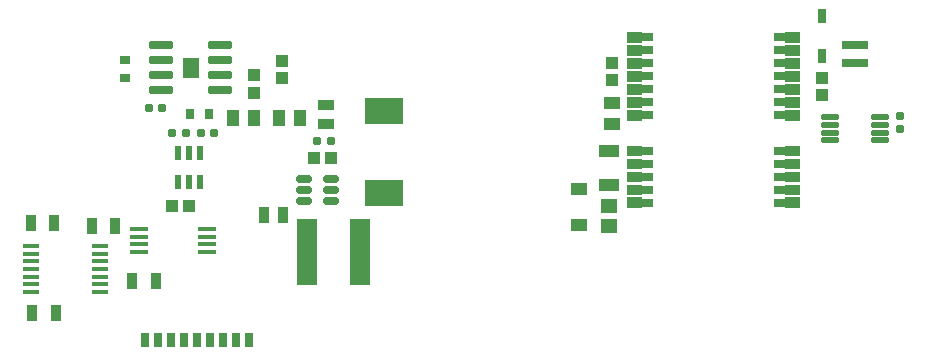
<source format=gbr>
%TF.GenerationSoftware,KiCad,Pcbnew,8.0.3*%
%TF.CreationDate,2025-01-08T01:15:00+05:30*%
%TF.ProjectId,gps,6770732e-6b69-4636-9164-5f7063625858,rev?*%
%TF.SameCoordinates,Original*%
%TF.FileFunction,Paste,Top*%
%TF.FilePolarity,Positive*%
%FSLAX46Y46*%
G04 Gerber Fmt 4.6, Leading zero omitted, Abs format (unit mm)*
G04 Created by KiCad (PCBNEW 8.0.3) date 2025-01-08 01:15:00*
%MOMM*%
%LPD*%
G01*
G04 APERTURE LIST*
G04 Aperture macros list*
%AMRoundRect*
0 Rectangle with rounded corners*
0 $1 Rounding radius*
0 $2 $3 $4 $5 $6 $7 $8 $9 X,Y pos of 4 corners*
0 Add a 4 corners polygon primitive as box body*
4,1,4,$2,$3,$4,$5,$6,$7,$8,$9,$2,$3,0*
0 Add four circle primitives for the rounded corners*
1,1,$1+$1,$2,$3*
1,1,$1+$1,$4,$5*
1,1,$1+$1,$6,$7*
1,1,$1+$1,$8,$9*
0 Add four rect primitives between the rounded corners*
20,1,$1+$1,$2,$3,$4,$5,0*
20,1,$1+$1,$4,$5,$6,$7,0*
20,1,$1+$1,$6,$7,$8,$9,0*
20,1,$1+$1,$8,$9,$2,$3,0*%
G04 Aperture macros list end*
%ADD10C,0.000100*%
%ADD11C,0.010000*%
%ADD12RoundRect,0.155000X0.212500X0.155000X-0.212500X0.155000X-0.212500X-0.155000X0.212500X-0.155000X0*%
%ADD13RoundRect,0.155000X-0.155000X0.212500X-0.155000X-0.212500X0.155000X-0.212500X0.155000X0.212500X0*%
%ADD14R,1.020000X1.040000*%
%ADD15R,1.470000X0.970000*%
%ADD16R,1.100000X1.450000*%
%ADD17R,0.590000X1.210000*%
%ADD18R,2.200000X0.650000*%
%ADD19R,2.300000X0.650000*%
%ADD20R,0.950000X1.450000*%
%ADD21R,0.700000X1.200000*%
%ADD22R,0.900000X0.650000*%
%ADD23R,1.470000X1.200000*%
%ADD24R,1.040000X1.020000*%
%ADD25RoundRect,0.122500X-0.627500X-0.122500X0.627500X-0.122500X0.627500X0.122500X-0.627500X0.122500X0*%
%ADD26R,1.700000X5.700000*%
%ADD27RoundRect,0.160000X0.197500X0.160000X-0.197500X0.160000X-0.197500X-0.160000X0.197500X-0.160000X0*%
%ADD28R,1.450000X1.100000*%
%ADD29R,0.970000X1.470000*%
%ADD30RoundRect,0.050000X-0.730000X-0.150000X0.730000X-0.150000X0.730000X0.150000X-0.730000X0.150000X0*%
%ADD31R,1.447800X1.066800*%
%ADD32RoundRect,0.075000X-0.910000X-0.225000X0.910000X-0.225000X0.910000X0.225000X-0.910000X0.225000X0*%
%ADD33R,0.730000X1.210000*%
%ADD34R,1.750000X1.050000*%
%ADD35R,1.473200X0.355600*%
%ADD36RoundRect,0.150000X0.512500X0.150000X-0.512500X0.150000X-0.512500X-0.150000X0.512500X-0.150000X0*%
%ADD37R,0.800000X0.950000*%
%ADD38R,3.180000X2.250000*%
G04 APERTURE END LIST*
D10*
%TO.C,U5*%
X170860000Y-59230000D02*
X171760000Y-59230000D01*
X171760000Y-59830000D01*
X170860000Y-59830000D01*
X170860000Y-59930000D01*
X169660000Y-59930000D01*
X169660000Y-59130000D01*
X170860000Y-59130000D01*
X170860000Y-59230000D01*
G36*
X170860000Y-59230000D02*
G01*
X171760000Y-59230000D01*
X171760000Y-59830000D01*
X170860000Y-59830000D01*
X170860000Y-59930000D01*
X169660000Y-59930000D01*
X169660000Y-59130000D01*
X170860000Y-59130000D01*
X170860000Y-59230000D01*
G37*
X170860000Y-60330000D02*
X171760000Y-60330000D01*
X171760000Y-60930000D01*
X170860000Y-60930000D01*
X170860000Y-61030000D01*
X169660000Y-61030000D01*
X169660000Y-60230000D01*
X170860000Y-60230000D01*
X170860000Y-60330000D01*
G36*
X170860000Y-60330000D02*
G01*
X171760000Y-60330000D01*
X171760000Y-60930000D01*
X170860000Y-60930000D01*
X170860000Y-61030000D01*
X169660000Y-61030000D01*
X169660000Y-60230000D01*
X170860000Y-60230000D01*
X170860000Y-60330000D01*
G37*
X170860000Y-61430000D02*
X171760000Y-61430000D01*
X171760000Y-62030000D01*
X170860000Y-62030000D01*
X170860000Y-62130000D01*
X169660000Y-62130000D01*
X169660000Y-61330000D01*
X170860000Y-61330000D01*
X170860000Y-61430000D01*
G36*
X170860000Y-61430000D02*
G01*
X171760000Y-61430000D01*
X171760000Y-62030000D01*
X170860000Y-62030000D01*
X170860000Y-62130000D01*
X169660000Y-62130000D01*
X169660000Y-61330000D01*
X170860000Y-61330000D01*
X170860000Y-61430000D01*
G37*
X170860000Y-62530000D02*
X171760000Y-62530000D01*
X171760000Y-63130000D01*
X170860000Y-63130000D01*
X170860000Y-63230000D01*
X169660000Y-63230000D01*
X169660000Y-62430000D01*
X170860000Y-62430000D01*
X170860000Y-62530000D01*
G36*
X170860000Y-62530000D02*
G01*
X171760000Y-62530000D01*
X171760000Y-63130000D01*
X170860000Y-63130000D01*
X170860000Y-63230000D01*
X169660000Y-63230000D01*
X169660000Y-62430000D01*
X170860000Y-62430000D01*
X170860000Y-62530000D01*
G37*
X170860000Y-63630000D02*
X171760000Y-63630000D01*
X171760000Y-64230000D01*
X170860000Y-64230000D01*
X170860000Y-64330000D01*
X169660000Y-64330000D01*
X169660000Y-63530000D01*
X170860000Y-63530000D01*
X170860000Y-63630000D01*
G36*
X170860000Y-63630000D02*
G01*
X171760000Y-63630000D01*
X171760000Y-64230000D01*
X170860000Y-64230000D01*
X170860000Y-64330000D01*
X169660000Y-64330000D01*
X169660000Y-63530000D01*
X170860000Y-63530000D01*
X170860000Y-63630000D01*
G37*
X170860000Y-64730000D02*
X171760000Y-64730000D01*
X171760000Y-65330000D01*
X170860000Y-65330000D01*
X170860000Y-65430000D01*
X169660000Y-65430000D01*
X169660000Y-64630000D01*
X170860000Y-64630000D01*
X170860000Y-64730000D01*
G36*
X170860000Y-64730000D02*
G01*
X171760000Y-64730000D01*
X171760000Y-65330000D01*
X170860000Y-65330000D01*
X170860000Y-65430000D01*
X169660000Y-65430000D01*
X169660000Y-64630000D01*
X170860000Y-64630000D01*
X170860000Y-64730000D01*
G37*
X170860000Y-65830000D02*
X171760000Y-65830000D01*
X171760000Y-66430000D01*
X170860000Y-66430000D01*
X170860000Y-66530000D01*
X169660000Y-66530000D01*
X169660000Y-65730000D01*
X170860000Y-65730000D01*
X170860000Y-65830000D01*
G36*
X170860000Y-65830000D02*
G01*
X171760000Y-65830000D01*
X171760000Y-66430000D01*
X170860000Y-66430000D01*
X170860000Y-66530000D01*
X169660000Y-66530000D01*
X169660000Y-65730000D01*
X170860000Y-65730000D01*
X170860000Y-65830000D01*
G37*
X170860000Y-68830000D02*
X171760000Y-68830000D01*
X171760000Y-69430000D01*
X170860000Y-69430000D01*
X170860000Y-69530000D01*
X169660000Y-69530000D01*
X169660000Y-68730000D01*
X170860000Y-68730000D01*
X170860000Y-68830000D01*
G36*
X170860000Y-68830000D02*
G01*
X171760000Y-68830000D01*
X171760000Y-69430000D01*
X170860000Y-69430000D01*
X170860000Y-69530000D01*
X169660000Y-69530000D01*
X169660000Y-68730000D01*
X170860000Y-68730000D01*
X170860000Y-68830000D01*
G37*
X170860000Y-69930000D02*
X171760000Y-69930000D01*
X171760000Y-70530000D01*
X170860000Y-70530000D01*
X170860000Y-70630000D01*
X169660000Y-70630000D01*
X169660000Y-69830000D01*
X170860000Y-69830000D01*
X170860000Y-69930000D01*
G36*
X170860000Y-69930000D02*
G01*
X171760000Y-69930000D01*
X171760000Y-70530000D01*
X170860000Y-70530000D01*
X170860000Y-70630000D01*
X169660000Y-70630000D01*
X169660000Y-69830000D01*
X170860000Y-69830000D01*
X170860000Y-69930000D01*
G37*
X170860000Y-71030000D02*
X171760000Y-71030000D01*
X171760000Y-71630000D01*
X170860000Y-71630000D01*
X170860000Y-71730000D01*
X169660000Y-71730000D01*
X169660000Y-70930000D01*
X170860000Y-70930000D01*
X170860000Y-71030000D01*
G36*
X170860000Y-71030000D02*
G01*
X171760000Y-71030000D01*
X171760000Y-71630000D01*
X170860000Y-71630000D01*
X170860000Y-71730000D01*
X169660000Y-71730000D01*
X169660000Y-70930000D01*
X170860000Y-70930000D01*
X170860000Y-71030000D01*
G37*
X170860000Y-72130000D02*
X171760000Y-72130000D01*
X171760000Y-72730000D01*
X170860000Y-72730000D01*
X170860000Y-72830000D01*
X169660000Y-72830000D01*
X169660000Y-72030000D01*
X170860000Y-72030000D01*
X170860000Y-72130000D01*
G36*
X170860000Y-72130000D02*
G01*
X171760000Y-72130000D01*
X171760000Y-72730000D01*
X170860000Y-72730000D01*
X170860000Y-72830000D01*
X169660000Y-72830000D01*
X169660000Y-72030000D01*
X170860000Y-72030000D01*
X170860000Y-72130000D01*
G37*
X170860000Y-73230000D02*
X171760000Y-73230000D01*
X171760000Y-73830000D01*
X170860000Y-73830000D01*
X170860000Y-73930000D01*
X169660000Y-73930000D01*
X169660000Y-73130000D01*
X170860000Y-73130000D01*
X170860000Y-73230000D01*
G36*
X170860000Y-73230000D02*
G01*
X171760000Y-73230000D01*
X171760000Y-73830000D01*
X170860000Y-73830000D01*
X170860000Y-73930000D01*
X169660000Y-73930000D01*
X169660000Y-73130000D01*
X170860000Y-73130000D01*
X170860000Y-73230000D01*
G37*
X184260000Y-59930000D02*
X183060000Y-59930000D01*
X183060000Y-59830000D01*
X182160000Y-59830000D01*
X182160000Y-59230000D01*
X183060000Y-59230000D01*
X183060000Y-59130000D01*
X184260000Y-59130000D01*
X184260000Y-59930000D01*
G36*
X184260000Y-59930000D02*
G01*
X183060000Y-59930000D01*
X183060000Y-59830000D01*
X182160000Y-59830000D01*
X182160000Y-59230000D01*
X183060000Y-59230000D01*
X183060000Y-59130000D01*
X184260000Y-59130000D01*
X184260000Y-59930000D01*
G37*
X184260000Y-61030000D02*
X183060000Y-61030000D01*
X183060000Y-60930000D01*
X182160000Y-60930000D01*
X182160000Y-60330000D01*
X183060000Y-60330000D01*
X183060000Y-60230000D01*
X184260000Y-60230000D01*
X184260000Y-61030000D01*
G36*
X184260000Y-61030000D02*
G01*
X183060000Y-61030000D01*
X183060000Y-60930000D01*
X182160000Y-60930000D01*
X182160000Y-60330000D01*
X183060000Y-60330000D01*
X183060000Y-60230000D01*
X184260000Y-60230000D01*
X184260000Y-61030000D01*
G37*
X184260000Y-62130000D02*
X183060000Y-62130000D01*
X183060000Y-62030000D01*
X182160000Y-62030000D01*
X182160000Y-61430000D01*
X183060000Y-61430000D01*
X183060000Y-61330000D01*
X184260000Y-61330000D01*
X184260000Y-62130000D01*
G36*
X184260000Y-62130000D02*
G01*
X183060000Y-62130000D01*
X183060000Y-62030000D01*
X182160000Y-62030000D01*
X182160000Y-61430000D01*
X183060000Y-61430000D01*
X183060000Y-61330000D01*
X184260000Y-61330000D01*
X184260000Y-62130000D01*
G37*
X184260000Y-63230000D02*
X183060000Y-63230000D01*
X183060000Y-63130000D01*
X182160000Y-63130000D01*
X182160000Y-62530000D01*
X183060000Y-62530000D01*
X183060000Y-62430000D01*
X184260000Y-62430000D01*
X184260000Y-63230000D01*
G36*
X184260000Y-63230000D02*
G01*
X183060000Y-63230000D01*
X183060000Y-63130000D01*
X182160000Y-63130000D01*
X182160000Y-62530000D01*
X183060000Y-62530000D01*
X183060000Y-62430000D01*
X184260000Y-62430000D01*
X184260000Y-63230000D01*
G37*
X184260000Y-64330000D02*
X183060000Y-64330000D01*
X183060000Y-64230000D01*
X182160000Y-64230000D01*
X182160000Y-63630000D01*
X183060000Y-63630000D01*
X183060000Y-63530000D01*
X184260000Y-63530000D01*
X184260000Y-64330000D01*
G36*
X184260000Y-64330000D02*
G01*
X183060000Y-64330000D01*
X183060000Y-64230000D01*
X182160000Y-64230000D01*
X182160000Y-63630000D01*
X183060000Y-63630000D01*
X183060000Y-63530000D01*
X184260000Y-63530000D01*
X184260000Y-64330000D01*
G37*
X184260000Y-65430000D02*
X183060000Y-65430000D01*
X183060000Y-65330000D01*
X182160000Y-65330000D01*
X182160000Y-64730000D01*
X183060000Y-64730000D01*
X183060000Y-64630000D01*
X184260000Y-64630000D01*
X184260000Y-65430000D01*
G36*
X184260000Y-65430000D02*
G01*
X183060000Y-65430000D01*
X183060000Y-65330000D01*
X182160000Y-65330000D01*
X182160000Y-64730000D01*
X183060000Y-64730000D01*
X183060000Y-64630000D01*
X184260000Y-64630000D01*
X184260000Y-65430000D01*
G37*
X184260000Y-66530000D02*
X183060000Y-66530000D01*
X183060000Y-66430000D01*
X182160000Y-66430000D01*
X182160000Y-65830000D01*
X183060000Y-65830000D01*
X183060000Y-65730000D01*
X184260000Y-65730000D01*
X184260000Y-66530000D01*
G36*
X184260000Y-66530000D02*
G01*
X183060000Y-66530000D01*
X183060000Y-66430000D01*
X182160000Y-66430000D01*
X182160000Y-65830000D01*
X183060000Y-65830000D01*
X183060000Y-65730000D01*
X184260000Y-65730000D01*
X184260000Y-66530000D01*
G37*
X184260000Y-69530000D02*
X183060000Y-69530000D01*
X183060000Y-69430000D01*
X182160000Y-69430000D01*
X182160000Y-68830000D01*
X183060000Y-68830000D01*
X183060000Y-68730000D01*
X184260000Y-68730000D01*
X184260000Y-69530000D01*
G36*
X184260000Y-69530000D02*
G01*
X183060000Y-69530000D01*
X183060000Y-69430000D01*
X182160000Y-69430000D01*
X182160000Y-68830000D01*
X183060000Y-68830000D01*
X183060000Y-68730000D01*
X184260000Y-68730000D01*
X184260000Y-69530000D01*
G37*
X184260000Y-70630000D02*
X183060000Y-70630000D01*
X183060000Y-70530000D01*
X182160000Y-70530000D01*
X182160000Y-69930000D01*
X183060000Y-69930000D01*
X183060000Y-69830000D01*
X184260000Y-69830000D01*
X184260000Y-70630000D01*
G36*
X184260000Y-70630000D02*
G01*
X183060000Y-70630000D01*
X183060000Y-70530000D01*
X182160000Y-70530000D01*
X182160000Y-69930000D01*
X183060000Y-69930000D01*
X183060000Y-69830000D01*
X184260000Y-69830000D01*
X184260000Y-70630000D01*
G37*
X184260000Y-71730000D02*
X183060000Y-71730000D01*
X183060000Y-71630000D01*
X182160000Y-71630000D01*
X182160000Y-71030000D01*
X183060000Y-71030000D01*
X183060000Y-70930000D01*
X184260000Y-70930000D01*
X184260000Y-71730000D01*
G36*
X184260000Y-71730000D02*
G01*
X183060000Y-71730000D01*
X183060000Y-71630000D01*
X182160000Y-71630000D01*
X182160000Y-71030000D01*
X183060000Y-71030000D01*
X183060000Y-70930000D01*
X184260000Y-70930000D01*
X184260000Y-71730000D01*
G37*
X184260000Y-72830000D02*
X183060000Y-72830000D01*
X183060000Y-72730000D01*
X182160000Y-72730000D01*
X182160000Y-72130000D01*
X183060000Y-72130000D01*
X183060000Y-72030000D01*
X184260000Y-72030000D01*
X184260000Y-72830000D01*
G36*
X184260000Y-72830000D02*
G01*
X183060000Y-72830000D01*
X183060000Y-72730000D01*
X182160000Y-72730000D01*
X182160000Y-72130000D01*
X183060000Y-72130000D01*
X183060000Y-72030000D01*
X184260000Y-72030000D01*
X184260000Y-72830000D01*
G37*
X184260000Y-73930000D02*
X183060000Y-73930000D01*
X183060000Y-73830000D01*
X182160000Y-73830000D01*
X182160000Y-73230000D01*
X183060000Y-73230000D01*
X183060000Y-73130000D01*
X184260000Y-73130000D01*
X184260000Y-73930000D01*
G36*
X184260000Y-73930000D02*
G01*
X183060000Y-73930000D01*
X183060000Y-73830000D01*
X182160000Y-73830000D01*
X182160000Y-73230000D01*
X183060000Y-73230000D01*
X183060000Y-73130000D01*
X184260000Y-73130000D01*
X184260000Y-73930000D01*
G37*
D11*
%TO.C,U7*%
X133381800Y-62948400D02*
X132091800Y-62948400D01*
X132091800Y-61308400D01*
X133381800Y-61308400D01*
X133381800Y-62948400D01*
G36*
X133381800Y-62948400D02*
G01*
X132091800Y-62948400D01*
X132091800Y-61308400D01*
X133381800Y-61308400D01*
X133381800Y-62948400D01*
G37*
%TD*%
D12*
%TO.C,C17*%
X132327900Y-67665600D03*
X131192900Y-67665600D03*
%TD*%
D13*
%TO.C,C15*%
X192786000Y-66234500D03*
X192786000Y-67369500D03*
%TD*%
D14*
%TO.C,R18*%
X186182000Y-64489000D03*
X186182000Y-63019000D03*
%TD*%
D15*
%TO.C,C19*%
X144181000Y-65260800D03*
X144181000Y-66920800D03*
%TD*%
D16*
%TO.C,D3*%
X142033000Y-66421000D03*
X140233000Y-66421000D03*
%TD*%
D17*
%TO.C,U8*%
X131635000Y-71836400D03*
X132585000Y-71836400D03*
X133535000Y-71836400D03*
X133535000Y-69326400D03*
X132585000Y-69326400D03*
X131635000Y-69326400D03*
%TD*%
D18*
%TO.C,BT2*%
X188976000Y-61722000D03*
D19*
X189026000Y-60222000D03*
%TD*%
D20*
%TO.C,R21*%
X129794000Y-80213200D03*
X127794000Y-80213200D03*
%TD*%
D16*
%TO.C,D5*%
X136321400Y-66370200D03*
X138121400Y-66370200D03*
%TD*%
D20*
%TO.C,R23*%
X121345200Y-82931000D03*
X119345200Y-82931000D03*
%TD*%
D12*
%TO.C,C16*%
X130321300Y-65557400D03*
X129186300Y-65557400D03*
%TD*%
D21*
%TO.C,J5*%
X137713250Y-85232500D03*
X136613250Y-85232500D03*
X135513250Y-85232500D03*
X134413250Y-85232500D03*
X133313250Y-85232500D03*
X132213250Y-85232500D03*
X131113250Y-85232500D03*
X130013250Y-85232500D03*
X128913250Y-85232500D03*
%TD*%
D20*
%TO.C,R22*%
X121192800Y-75285600D03*
X119192800Y-75285600D03*
%TD*%
D14*
%TO.C,R14*%
X168402000Y-63219000D03*
X168402000Y-61749000D03*
%TD*%
D22*
%TO.C,R13*%
X127213800Y-62980400D03*
X127213800Y-61530400D03*
%TD*%
D23*
%TO.C,L1*%
X168148000Y-73816000D03*
X168148000Y-75536000D03*
%TD*%
D24*
%TO.C,R12*%
X131128600Y-73888600D03*
X132598600Y-73888600D03*
%TD*%
D14*
%TO.C,R11*%
X140447200Y-61569600D03*
X140447200Y-63039600D03*
%TD*%
D25*
%TO.C,U6*%
X186871000Y-66335000D03*
X186871000Y-66985000D03*
X186871000Y-67635000D03*
X186871000Y-68285000D03*
X191081000Y-68285000D03*
X191081000Y-67635000D03*
X191081000Y-66985000D03*
X191081000Y-66335000D03*
%TD*%
D26*
%TO.C,L2*%
X142591400Y-77749400D03*
X147091400Y-77749400D03*
%TD*%
D27*
%TO.C,R26*%
X144600700Y-68326000D03*
X143405700Y-68326000D03*
%TD*%
D28*
%TO.C,D4*%
X168402000Y-65140000D03*
X168402000Y-66940000D03*
%TD*%
D29*
%TO.C,C2*%
X138931400Y-74650600D03*
X140591400Y-74650600D03*
%TD*%
D30*
%TO.C,Q3*%
X128397800Y-75783800D03*
X128397800Y-76433800D03*
X128397800Y-77083800D03*
X128397800Y-77733800D03*
X134157800Y-77733800D03*
X134157800Y-77083800D03*
X134157800Y-76433800D03*
X134157800Y-75783800D03*
%TD*%
D31*
%TO.C,AE2*%
X165580000Y-72392000D03*
X165580000Y-75440000D03*
%TD*%
D32*
%TO.C,U7*%
X130261800Y-60223400D03*
X130261800Y-61493400D03*
X130261800Y-62763400D03*
X130261800Y-64033400D03*
X135211800Y-64033400D03*
X135211800Y-62763400D03*
X135211800Y-61493400D03*
X135211800Y-60223400D03*
%TD*%
D14*
%TO.C,R1*%
X138110400Y-62792000D03*
X138110400Y-64262000D03*
%TD*%
D33*
%TO.C,D1*%
X186182000Y-57756000D03*
X186182000Y-61116000D03*
%TD*%
D24*
%TO.C,R20*%
X143142800Y-69824600D03*
X144612800Y-69824600D03*
%TD*%
D20*
%TO.C,R15*%
X126374400Y-75565000D03*
X124374400Y-75565000D03*
%TD*%
D12*
%TO.C,C18*%
X134740900Y-67665600D03*
X133605900Y-67665600D03*
%TD*%
D34*
%TO.C,R24*%
X168148000Y-69162000D03*
X168148000Y-72062000D03*
%TD*%
D35*
%TO.C,U9*%
X125044200Y-81153000D03*
X125044200Y-80492600D03*
X125044200Y-79857600D03*
X125044200Y-79197200D03*
X125044200Y-78536800D03*
X125044200Y-77901800D03*
X125044200Y-77241400D03*
X119202200Y-77241400D03*
X119202200Y-77901800D03*
X119202200Y-78536800D03*
X119202200Y-79197200D03*
X119202200Y-79857600D03*
X119202200Y-80492600D03*
X119202200Y-81153000D03*
%TD*%
D36*
%TO.C,U10*%
X144607300Y-73455700D03*
X144607300Y-72505700D03*
X144607300Y-71555700D03*
X142332300Y-71555700D03*
X142332300Y-72505700D03*
X142332300Y-73455700D03*
%TD*%
D37*
%TO.C,R25*%
X132713000Y-66090800D03*
X134313000Y-66090800D03*
%TD*%
D38*
%TO.C,D2*%
X149083200Y-72745600D03*
X149083200Y-65835600D03*
%TD*%
M02*

</source>
